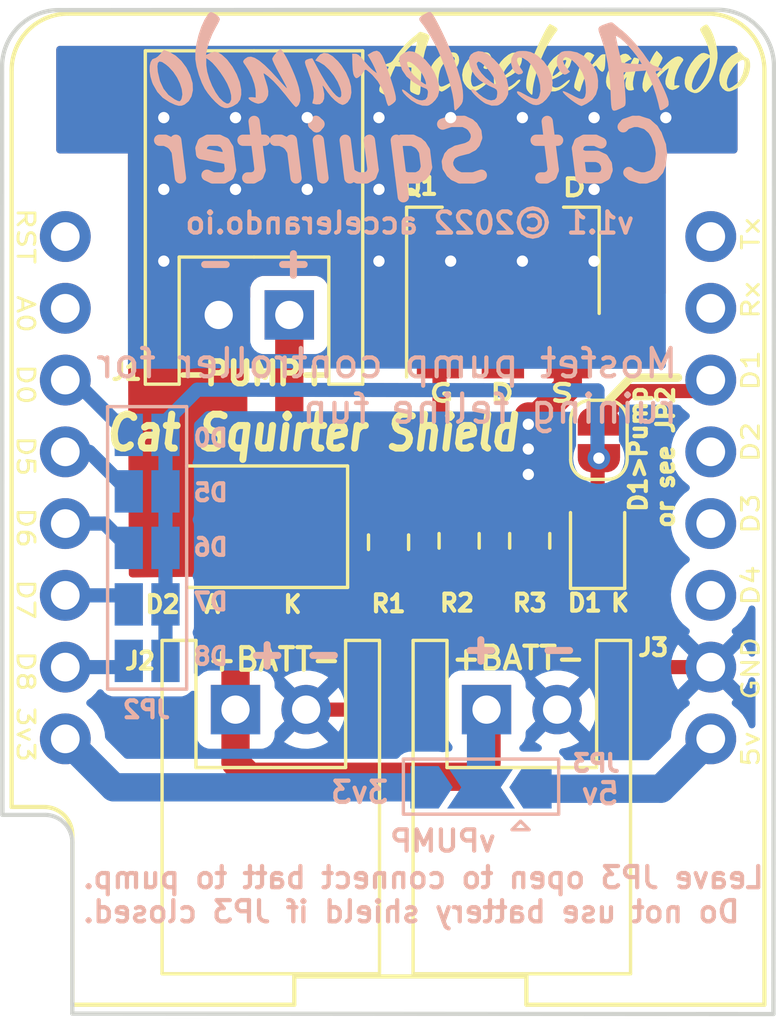
<source format=kicad_pcb>
(kicad_pcb (version 20211014) (generator pcbnew)
  (layers (0 "F.Cu" signal) (31 "B.Cu" signal) (34 "B.Paste" user) (35 "F.Paste" user) (36 "B.SilkS" user "B.Silkscreen") (37 "F.SilkS" user "F.Silkscreen") (38 "B.Mask" user) (39 "F.Mask" user) (44 "Edge.Cuts" user))
  (net 0 "")
  (net 1 "GND")
  (net 2 "/DRAIN")
  (net 3 "/BATT+")
  (net 4 "/D1")
  (net 5 "/GATE")
  (net 13 "/LEDK")
  (net 14 "/5v")
  (net 15 "/3v3")
  (net 16 "/PUMP")
  (net 17 "/D0")
  (net 18 "/D5")
  (net 19 "/D6")
  (net 20 "/D7")
  (net 21 "/D8")
  (footprint "Connectors_JST:JST_XH_S02B-XH-A_02x2.50mm_Angled" (layer "F.Cu") (at 140.97 117.475)
    (fp_text reference "J3" (at 5.905 -2.2) (layer "F.SilkS") (effects (font (size 0.6 0.6))))
    (fp_text value "Batt Out")
    (pad "1" thru_hole rect (at 0 0) (size 1.75 1.75) (drill 1) (layers *.Cu *.Mask) (net 3 "/BATT+"))
    (pad "2" thru_hole circle (at 2.5 0) (size 1.75 1.75) (drill 1) (layers *.Cu *.Mask) (net 1 "GND"))
  )
  (footprint "wemos:wemos-d1-mini-connectors-only" (layer "F.Cu") (at 137.481805 109.619629 90)
    (fp_text reference "U1" hide)
    (fp_text value "WeMos_mini")
    (pad "1" thru_hole circle locked (at -8.89 11.43 90) (size 1.8 1.8) (drill 1.016) (layers *.Cu *.Mask) (net 14 "/5v"))
    (pad "2" thru_hole circle locked (at -6.35 11.43 90) (size 1.8 1.8) (drill 1.016) (layers *.Cu *.Mask) (net 1 "GND"))
    (pad "3" thru_hole circle locked (at -3.81 11.43 90) (size 1.8 1.8) (drill 1.016) (layers *.Cu *.Mask))
    (pad "4" thru_hole circle locked (at -1.27 11.43 90) (size 1.8 1.8) (drill 1.016) (layers *.Cu *.Mask))
    (pad "5" thru_hole circle locked (at 1.27 11.43 90) (size 1.8 1.8) (drill 1.016) (layers *.Cu *.Mask))
    (pad "6" thru_hole circle locked (at 3.81 11.43 90) (size 1.8 1.8) (drill 1.016) (layers *.Cu *.Mask) (net 4 "/D1"))
    (pad "7" thru_hole circle locked (at 6.35 11.43 90) (size 1.8 1.8) (drill 1.016) (layers *.Cu *.Mask))
    (pad "8" thru_hole circle locked (at 8.89 11.43 90) (size 1.8 1.8) (drill 1.016) (layers *.Cu *.Mask))
    (pad "9" thru_hole circle locked (at 8.89 -11.43 90) (size 1.8 1.8) (drill 1.016) (layers *.Cu *.Mask))
    (pad "10" thru_hole circle locked (at 6.35 -11.43 90) (size 1.8 1.8) (drill 1.016) (layers *.Cu *.Mask))
    (pad "11" thru_hole circle locked (at 3.81 -11.43 90) (size 1.8 1.8) (drill 1.016) (layers *.Cu *.Mask) (net 17 "/D0"))
    (pad "12" thru_hole circle locked (at 1.27 -11.43 90) (size 1.8 1.8) (drill 1.016) (layers *.Cu *.Mask) (net 18 "/D5"))
    (pad "13" thru_hole circle locked (at -1.27 -11.43 90) (size 1.8 1.8) (drill 1.016) (layers *.Cu *.Mask) (net 19 "/D6"))
    (pad "14" thru_hole circle locked (at -3.81 -11.43 90) (size 1.8 1.8) (drill 1.016) (layers *.Cu *.Mask) (net 20 "/D7"))
    (pad "15" thru_hole circle locked (at -6.35 -11.43 90) (size 1.8 1.8) (drill 1.016) (layers *.Cu *.Mask) (net 21 "/D8"))
    (pad "16" thru_hole circle locked (at -8.89 -11.43 90) (size 1.8 1.8) (drill 1.016) (layers *.Cu *.Mask) (net 15 "/3v3"))
  )
  (footprint "Connectors_JST:JST_XH_S02B-XH-A_02x2.50mm_Angled" (layer "F.Cu") (at 133.985 103.505 180)
    (fp_text reference "J1" (at 5.76 -1.995) (layer "F.SilkS") (effects (font (size 0.6 0.6))))
    (fp_text value "Pump")
    (pad "1" thru_hole rect (at 0 0 180) (size 1.75 1.75) (drill 1) (layers *.Cu *.Mask) (net 3 "/BATT+"))
    (pad "2" thru_hole circle (at 2.5 0 180) (size 1.75 1.75) (drill 1) (layers *.Cu *.Mask) (net 2 "/DRAIN"))
  )
  (footprint "Connectors_JST:JST_XH_S02B-XH-A_02x2.50mm_Angled" (layer "F.Cu") (at 132.08 117.475)
    (fp_text reference "J2" (at -3.38 -1.725 180) (layer "F.SilkS") (effects (font (size 0.6 0.6))))
    (fp_text value "Batt")
    (pad "1" thru_hole rect (at 0 0) (size 1.75 1.75) (drill 1) (layers *.Cu *.Mask) (net 3 "/BATT+"))
    (pad "2" thru_hole circle (at 2.5 0) (size 1.75 1.75) (drill 1) (layers *.Cu *.Mask) (net 1 "GND"))
  )
  (footprint "LED_SMD:LED_0805_2012Metric" (layer "F.Cu") (at 144.904 111.5 90)
    (fp_text reference "D1" (at -2.2 -0.454 180) (layer "F.SilkS") (effects (font (size 0.6 0.6))))
    (fp_text value "LED_Small")
    (pad "1" smd roundrect locked (at -0.9375 0 90) (size 0.975 1.4) (layers "F.Cu" "F.Paste" "F.Mask") (net 13 "/LEDK"))
    (pad "2" smd roundrect locked (at 0.9375 0 90) (size 0.975 1.4) (layers "F.Cu" "F.Paste" "F.Mask") (net 16 "/PUMP"))
  )
  (footprint "Resistor_SMD:R_0805_2012Metric" (layer "F.Cu") (at 137.5 111.55 -90)
    (fp_text reference "R1" (at 2.175 0 180) (layer "F.SilkS") (effects (font (size 0.6 0.6))))
    (fp_text value "10k")
    (pad "1" smd roundrect locked (at -0.9375 0 270) (size 0.975 1.4) (layers "F.Cu" "F.Paste" "F.Mask") (net 5 "/GATE"))
    (pad "2" smd roundrect locked (at 0.9375 0 270) (size 0.975 1.4) (layers "F.Cu" "F.Paste" "F.Mask") (net 1 "GND"))
  )
  (footprint "Resistor_SMD:R_0805_2012Metric" (layer "F.Cu") (at 140 111.5 -90)
    (fp_text reference "R2" (at 2.2 0.075 180) (layer "F.SilkS") (effects (font (size 0.6 0.6))))
    (fp_text value "1k")
    (pad "1" smd roundrect locked (at -0.9375 0 270) (size 0.975 1.4) (layers "F.Cu" "F.Paste" "F.Mask") (net 5 "/GATE"))
    (pad "2" smd roundrect locked (at 0.9375 0 270) (size 0.975 1.4) (layers "F.Cu" "F.Paste" "F.Mask") (net 16 "/PUMP"))
  )
  (footprint "Resistor_SMD:R_0805_2012Metric" (layer "F.Cu") (at 142.5 111.5 -90)
    (fp_text reference "R3" (at 2.2 0 180) (layer "F.SilkS") (effects (font (size 0.6 0.6))))
    (fp_text value "220R")
    (pad "1" smd roundrect locked (at -0.9375 0 270) (size 0.975 1.4) (layers "F.Cu" "F.Paste" "F.Mask") (net 1 "GND"))
    (pad "2" smd roundrect locked (at 0.9375 0 270) (size 0.975 1.4) (layers "F.Cu" "F.Paste" "F.Mask") (net 13 "/LEDK"))
  )
  (footprint "Package_TO_SOT_SMD:SOT-223" (layer "F.Cu") (at 141.55 101.6 90)
    (fp_text reference "Q1" (at 2.65 -2.925 180) (layer "F.SilkS") (effects (font (size 0.6 0.6))))
    (fp_text value "LL014N")
    (pad "1" smd rect (at -3.15 -2.3 90) (size 2 1.5) (layers "F.Cu" "F.Paste" "F.Mask") (net 5 "/GATE"))
    (pad "2" smd rect (at -3.15 0 90) (size 2 1.5) (layers "F.Cu" "F.Paste" "F.Mask") (net 2 "/DRAIN"))
    (pad "3" smd rect (at -3.15 2.3 90) (size 2 1.5) (layers "F.Cu" "F.Paste" "F.Mask") (net 1 "GND"))
    (pad "4" smd rect (at 3.15 0 90) (size 2 3.8) (layers "F.Cu" "F.Paste" "F.Mask") (net 2 "/DRAIN"))
  )
  (footprint "Jumper:SolderJumper-2_P1.3mm_Open_RoundedPad1.0x1.5mm" (layer "F.Cu") (at 144.95 107.925 -90)
    (fp_text reference "JP1" hide)
    (fp_text value "D1" hide)
    (pad "1" smd custom (at -0.65 0 270) (size 1 0.5) (layers "F.Cu" "F.Mask") (net 4 "/D1") (options (clearance outline) (anchor rect)) (primitives (gr_circle (center 0 0.25) (end 0.5 0.25) (width 0) (fill yes)) (gr_circle (center 0 -0.25) (end 0.5 -0.25) (width 0) (fill yes)) (gr_poly (pts (xy 0.5 0.75) (xy 0 0.75) (xy 0 -0.75) (xy 0.5 -0.75)) (width 0) (fill yes))))
    (pad "2" smd custom (at 0.65 0 270) (size 1 0.5) (layers "F.Cu" "F.Mask") (net 16 "/PUMP") (options (clearance outline) (anchor rect)) (primitives (gr_circle (center 0 0.25) (end 0.5 0.25) (width 0) (fill yes)) (gr_circle (center 0 -0.25) (end 0.5 -0.25) (width 0) (fill yes)) (gr_poly (pts (xy 0 0.75) (xy -0.5 0.75) (xy -0.5 -0.75) (xy 0 -0.75)) (width 0) (fill yes))))
  )
  (footprint "Diode_SMD:D_SMB" (layer "F.Cu") (at 132.5 111 180)
    (fp_text reference "D2" (at 3 -2.75) (layer "F.SilkS") (effects (font (size 0.6 0.6))))
    (fp_text value "M4")
    (pad "1" smd rect (at -2.15 0 180) (size 2.5 2.3) (layers "F.Cu" "F.Paste" "F.Mask") (net 3 "/BATT+"))
    (pad "2" smd rect (at 2.15 0 180) (size 2.5 2.3) (layers "F.Cu" "F.Paste" "F.Mask") (net 2 "/DRAIN"))
  )
  (footprint "LOGO" (layer "F.Cu") (at 143.725 94.45)
    (fp_text reference "G***" hide)
    (fp_text value "LOGO" hide)
  )
  (footprint "Accelerando:SolderJumper-5_P1.3mm_Open_Pad1.0x1.5mm" (layer "B.Cu") (at 128.95 107.75 180)
    (fp_text reference "JP2" (at 0.025 -9.725) (layer "B.SilkS") (effects (font (size 0.6 0.6)) (justify mirror)))
    (fp_text value "PUMP")
    (pad "1" smd rect (at -0.65 -8 180) (size 1 1.5) (layers "B.Cu" "B.Mask") (net 16 "/PUMP"))
    (pad "1" smd rect (at -0.65 -6 180) (size 1 1.5) (layers "B.Cu" "B.Mask") (net 16 "/PUMP"))
    (pad "1" smd rect (at -0.65 -4 180) (size 1 1.5) (layers "B.Cu" "B.Mask") (net 16 "/PUMP"))
    (pad "1" smd rect (at -0.65 0 180) (size 1 1.5) (layers "B.Cu" "B.Mask") (net 16 "/PUMP"))
    (pad "1" smd rect (at -0.65 -2 180) (size 1 1.5) (layers "B.Cu" "B.Mask") (net 16 "/PUMP"))
    (pad "2" smd rect (at 0.65 0 180) (size 1 1.5) (layers "B.Cu" "B.Mask") (net 17 "/D0"))
    (pad "3" smd rect (at 0.65 -2 180) (size 1 1.5) (layers "B.Cu" "B.Mask") (net 18 "/D5"))
    (pad "4" smd rect (at 0.65 -4 180) (size 1 1.5) (layers "B.Cu" "B.Mask") (net 19 "/D6"))
    (pad "5" smd rect (at 0.65 -6 180) (size 1 1.5) (layers "B.Cu" "B.Mask") (net 20 "/D7"))
    (pad "6" smd rect (at 0.65 -8 180) (size 1 1.5) (layers "B.Cu" "B.Mask") (net 21 "/D8"))
  )
  (footprint "Jumper:SolderJumper-3_P2.0mm_Open_TrianglePad1.0x1.5mm" (layer "B.Cu") (at 140.775 120.225 180)
    (fp_text reference "JP3" (at -4.075 0.85) (layer "B.SilkS") (effects (font (size 0.6 0.6)) (justify mirror)))
    (fp_text value "vPUMP" (at 1.35 -1.9) (layer "B.SilkS") (effects (font (size 0.75 0.75)) (justify mirror)))
    (pad "1" smd custom (at -2 0 180) (size 0.3 0.3) (layers "B.Cu" "B.Mask") (net 14 "/5v") (options (clearance outline) (anchor rect)) (primitives (gr_poly (pts (xy 1 0) (xy 0.5 -0.75) (xy -0.5 -0.75) (xy -0.5 0.75) (xy 0.5 0.75)) (width 0) (fill yes))))
    (pad "2" smd custom (at 0 0 180) (size 0.3 0.3) (layers "B.Cu") (net 3 "/BATT+") (options (clearance outline) (anchor rect)) (primitives (gr_poly (pts (xy 0.7 0) (xy 1.2 -0.75) (xy -1.2 -0.75) (xy -0.7 0) (xy -1.2 0.75) (xy 1.2 0.75)) (width 0) (fill yes))))
    (pad "3" smd custom (at 2 0) (size 0.3 0.3) (layers "B.Cu" "B.Mask") (net 15 "/3v3") (options (clearance outline) (anchor rect)) (primitives (gr_poly (pts (xy 1 0) (xy 0.5 -0.75) (xy -0.5 -0.75) (xy -0.5 0.75) (xy 0.5 0.75)) (width 0) (fill yes))))
  )
  (footprint "LOGO" (layer "B.Cu") (at 138.25 94.5 180)
    (fp_text reference "G***" hide)
    (fp_text value "LOGO" hide)
  )
  (gr_line (start 147.75 105.725) (end 146.075 105.725) (layer "F.SilkS") (width 0.3))
  (gr_line (start 146.075 105.725) (end 145.3 106.525) (layer "F.SilkS") (width 0.3))
  (gr_arc (start 123.814214 94.714214) (mid 124.4 93.3) (end 125.814214 92.714214) (layer "Edge.Cuts") (width 0.15))
  (gr_line (start 149.15 92.7) (end 125.814214 92.714214) (layer "Edge.Cuts") (width 0.15))
  (gr_arc (start 125.35 121.2) (mid 126.032732 121.50299) (end 126.301249 122.2) (layer "Edge.Cuts") (width 0.15))
  (gr_line (start 126.3 128.235) (end 151.13 128.25) (layer "Edge.Cuts") (width 0.15))
  (gr_line (start 123.825 121.2) (end 125.35 121.2) (layer "Edge.Cuts") (width 0.15))
  (gr_arc (start 149.15 92.7) (mid 150.564214 93.285786) (end 151.15 94.7) (layer "Edge.Cuts") (width 0.15))
  (gr_line (start 123.814214 94.714214) (end 123.825 121.2) (layer "Edge.Cuts") (width 0.15))
  (gr_line (start 151.13 128.25) (end 151.15 94.7) (layer "Edge.Cuts") (width 0.15))
  (gr_line (start 126.301249 122.2) (end 126.3 128.235) (layer "Edge.Cuts") (width 0.15))
  (gr_text "5v	" (at 144.225 120.45) (layer "B.SilkS") (effects (font (size 0.75 0.75)) (justify mirror)))
  (gr_text "v1.1 ©2022 accelerando.io\n" (at 138.25 100.25) (layer "B.SilkS") (effects (font (size 0.75 0.75)) (justify mirror)))
  (gr_text "Cat Squirter" (at 138.5 97.75) (layer "B.SilkS") (effects (font (size 2 2) (thickness 0.4) italic) (justify mirror)))
  (gr_text "Mosfet pump controller for\nruining feline fun" (at 147.825 106.025) (layer "B.SilkS") (effects (font (size 1 1)) (justify left mirror)))
  (gr_text "3v3" (at 136.475 120.4) (layer "B.SilkS") (effects (font (size 0.75 0.75)) (justify mirror)))
  (gr_text "Leave JP3 open to connect batt to pump.\nDo not use battery shield if JP3 closed." (at 126.6 124.025) (layer "B.SilkS") (effects (font (size 0.75 0.75)) (justify right mirror)))
  (gr_text "+  -" (at 142.15 115.45 180) (layer "B.SilkS") (effects (font (size 1 1) (thickness 0.25)) (justify mirror)))
  (gr_text "+  -" (at 132.75 101.65) (layer "B.SilkS") (effects (font (size 1 1) (thickness 0.25)) (justify mirror)))
  (gr_text "D0\n\nD5\n\nD6\n\nD7\n\nD8" (at 131.2 111.725) (layer "B.SilkS") (effects (font (size 0.6 0.6)) (justify mirror)))
  (gr_text "+ -" (at 134.2 115.625 180) (layer "B.SilkS") (effects (font (size 1 1) (thickness 0.25)) (justify mirror)))
  (gr_text "+BATT-" (at 142.1 115.65) (layer "F.SilkS") (effects (font (size 0.8 0.8))))
  (gr_text "D" (at 144.075 99) (layer "F.SilkS") (effects (font (size 0.6 0.85))))
  (gr_text "G  D  S" (at 141.5 106.275) (layer "F.SilkS") (effects (font (size 0.6 0.85))))
  (gr_text "RST  A0  D0  D5  D6  D7  D8 3v3" (at 124.65 109.525 270) (layer "F.SilkS") (effects (font (size 0.6 0.73) (thickness 0.1))))
  (gr_text "Cat Squirter Shield" (at 134.8 107.675) (layer "F.SilkS") (effects (font (size 1.2 1) (thickness 0.25) italic)))
  (gr_text "-PUMP+" (at 132.7 105.575) (layer "F.SilkS") (effects (font (size 0.8 0.8) (thickness 0.2))))
  (gr_text "D1>Pump\nor see JP2\n" (at 146.825 105.95 90) (layer "F.SilkS") (effects (font (size 0.6 0.6)) (justify right)))
  (gr_text "+BATT-" (at 133.45 115.7) (layer "F.SilkS") (effects (font (size 0.8 0.8))))
  (gr_text "K" (at 145.7 113.7) (layer "F.SilkS") (effects (font (size 0.6 0.6))))
  (gr_text "A     K" (at 132.7 113.75) (layer "F.SilkS") (effects (font (size 0.6 0.6))))
  (gr_text "5v  GND  D4  D3  D2  D1  Rx  Tx" (at 150.325 109.775 90) (layer "F.SilkS") (effects (font (size 0.6 0.73) (thickness 0.1))))
  (segment (start 142.45 107.375) (end 142.45 108.25) (width 1) (layer "F.Cu") (net 1))
  (segment (start 142.8 107.1) (end 142.45 107.1) (width 1) (layer "F.Cu") (net 1))
  (segment (start 142.45 109.15) (end 142.45 110.5125) (width 1) (layer "F.Cu") (net 1))
  (segment (start 144.619629 116.325371) (end 144.619629 115.969629) (width 0.5) (layer "F.Cu") (net 1))
  (segment (start 142.45 110.5125) (end 142.5 110.5625) (width 1) (layer "F.Cu") (net 1))
  (segment (start 143.47 117.475) (end 144.619629 116.325371) (width 0.5) (layer "F.Cu") (net 1))
  (segment (start 136.625 117.475) (end 134.58 117.475) (width 0.5) (layer "F.Cu") (net 1))
  (segment (start 143.7 115.05) (end 139.05 115.05) (width 0.5) (layer "F.Cu") (net 1))
  (segment (start 143.85 104.75) (end 143.85 106.05) (width 1) (layer "F.Cu") (net 1))
  (segment (start 139.05 115.05) (end 137.5 113.5) (width 0.5) (layer "F.Cu") (net 1))
  (segment (start 148.911805 115.969629) (end 144.619629 115.969629) (width 0.5) (layer "F.Cu") (net 1))
  (segment (start 142.45 107.1) (end 142.45 107.375) (width 1) (layer "F.Cu") (net 1))
  (segment (start 139.05 115.05) (end 136.625 117.475) (width 0.5) (layer "F.Cu") (net 1))
  (segment (start 143.85 106.05) (end 142.8 107.1) (width 1) (layer "F.Cu") (net 1))
  (segment (start 142.45 108.25) (end 142.45 109.15) (width 1) (layer "F.Cu") (net 1))
  (segment (start 137.5 113.5) (end 137.5 112.4875) (width 0.5) (layer "F.Cu") (net 1))
  (segment (start 144.619629 115.969629) (end 143.7 115.05) (width 0.5) (layer "F.Cu") (net 1))
  (via (at 142.45 109.15) (size 0.8) (drill 0.4) (layers "F.Cu" "B.Cu") (net 1))
  (via (at 142.45 108.25) (size 0.8) (drill 0.4) (layers "F.Cu" "B.Cu") (net 1))
  (via (at 142.45 107.375) (size 0.8) (drill 0.4) (layers "F.Cu" "B.Cu") (net 1))
  (segment (start 131.485 103.505) (end 131.485 106.985) (width 1) (layer "F.Cu") (net 2))
  (segment (start 141.605 104.75) (end 141.605 102.235) (width 1) (layer "F.Cu") (net 2))
  (segment (start 130.35 108.65) (end 130.35 111) (width 1) (layer "F.Cu") (net 2))
  (segment (start 131.485 106.985) (end 131.5 107) (width 1) (layer "F.Cu") (net 2))
  (segment (start 131.5 107.5) (end 130.35 108.65) (width 1) (layer "F.Cu") (net 2))
  (segment (start 131.5 107) (end 131.5 107.5) (width 1) (layer "F.Cu") (net 2))
  (via (at 137.16 99.06) (size 0.8) (drill 0.4) (layers "F.Cu" "B.Cu") (net 2))
  (via (at 132.08 99.06) (size 0.8) (drill 0.4) (layers "F.Cu" "B.Cu") (net 2))
  (via (at 142.24 101.6) (size 0.8) (drill 0.4) (layers "F.Cu" "B.Cu") (net 2))
  (via (at 134.62 99.06) (size 0.8) (drill 0.4) (layers "F.Cu" "B.Cu") (net 2))
  (via (at 129.54 99.06) (size 0.8) (drill 0.4) (layers "F.Cu" "B.Cu") (net 2))
  (via (at 137.16 96.52) (size 0.8) (drill 0.4) (layers "F.Cu" "B.Cu") (net 2))
  (via (at 144.78 99.06) (size 0.8) (drill 0.4) (layers "F.Cu" "B.Cu") (net 2))
  (via (at 137.16 101.6) (size 0.8) (drill 0.4) (layers "F.Cu" "B.Cu") (net 2))
  (via (at 134.62 96.52) (size 0.8) (drill 0.4) (layers "F.Cu" "B.Cu") (net 2))
  (via (at 144.78 96.52) (size 0.8) (drill 0.4) (layers "F.Cu" "B.Cu") (net 2))
  (via (at 139.7 101.6) (size 0.8) (drill 0.4) (layers "F.Cu" "B.Cu") (net 2))
  (via (at 129.54 101.6) (size 0.8) (drill 0.4) (layers "F.Cu" "B.Cu") (net 2))
  (via (at 132.08 96.52) (size 0.8) (drill 0.4) (layers "F.Cu" "B.Cu") (net 2))
  (via (at 142.24 96.52) (size 0.8) (drill 0.4) (layers "F.Cu" "B.Cu") (net 2))
  (via (at 147.32 96.52) (size 0.8) (drill 0.4) (layers "F.Cu" "B.Cu") (net 2))
  (via (at 129.54 96.52) (size 0.8) (drill 0.4) (layers "F.Cu" "B.Cu") (net 2))
  (via (at 139.7 96.52) (size 0.8) (drill 0.4) (layers "F.Cu" "B.Cu") (net 2))
  (via (at 144.78 101.6) (size 0.8) (drill 0.4) (layers "F.Cu" "B.Cu") (net 2))
  (segment (start 132.08 119.35) (end 132.08 117.475) (width 1) (layer "F.Cu") (net 3))
  (segment (start 134.65 111) (end 134.65 108.15) (width 1) (layer "F.Cu") (net 3))
  (segment (start 140.97 119.35) (end 140.469999 119.850001) (width 1) (layer "F.Cu") (net 3))
  (segment (start 140.469999 119.850001) (end 132.580001 119.850001) (width 1) (layer "F.Cu") (net 3))
  (segment (start 132.08 115.42) (end 134.65 112.85) (width 1) (layer "F.Cu") (net 3))
  (segment (start 134.65 108.15) (end 133.985 107.485) (width 1) (layer "F.Cu") (net 3))
  (segment (start 132.580001 119.850001) (end 132.08 119.35) (width 1) (layer "F.Cu") (net 3))
  (segment (start 134.65 112.85) (end 134.65 111) (width 1) (layer "F.Cu") (net 3))
  (segment (start 132.08 117.475) (end 132.08 115.42) (width 1) (layer "F.Cu") (net 3))
  (segment (start 140.97 117.475) (end 140.97 119.35) (width 1) (layer "F.Cu") (net 3))
  (segment (start 133.985 107.485) (end 133.985 103.505) (width 1) (layer "F.Cu") (net 3))
  (segment (start 140.775 117.67) (end 140.97 117.475) (width 1) (layer "B.Cu") (net 3))
  (segment (start 140.775 120.225) (end 140.775 117.67) (width 1) (layer "B.Cu") (net 3))
  (segment (start 146.025372 106.199628) (end 144.95 107.275) (width 0.5) (layer "F.Cu") (net 4))
  (segment (start 148.521806 106.199628) (end 146.025372 106.199628) (width 0.5) (layer "F.Cu") (net 4))
  (segment (start 140 109) (end 139.305 108.305) (width 0.5) (layer "F.Cu") (net 5))
  (segment (start 140 110.5625) (end 140 109) (width 0.5) (layer "F.Cu") (net 5))
  (segment (start 139.95 110.6125) (end 140 110.5625) (width 0.5) (layer "F.Cu") (net 5))
  (segment (start 137.5 110.6125) (end 139.95 110.6125) (width 0.5) (layer "F.Cu") (net 5))
  (segment (start 139.305 108.305) (end 139.305 104.75) (width 0.5) (layer "F.Cu") (net 5))
  (segment (start 144.904 112.4375) (end 142.5 112.4375) (width 0.5) (layer "F.Cu") (net 13))
  (segment (start 147.146434 120.275) (end 142.825 120.275) (width 1) (layer "B.Cu") (net 14))
  (segment (start 148.911805 118.509629) (end 147.146434 120.275) (width 1) (layer "B.Cu") (net 14))
  (segment (start 142.825 120.275) (end 142.775 120.225) (width 1) (layer "B.Cu") (net 14))
  (segment (start 138.775 120.225) (end 127.767176 120.225) (width 1) (layer "B.Cu") (net 15))
  (segment (start 127.767176 120.225) (end 126.051805 118.509629) (width 1) (layer "B.Cu") (net 15))
  (segment (start 144.904 108.621) (end 144.95 108.575) (width 0.5) (layer "F.Cu") (net 16))
  (segment (start 144.9665 110.5) (end 144.904 110.5625) (width 0.5) (layer "F.Cu") (net 16))
  (segment (start 146 110.5) (end 144.9665 110.5) (width 0.5) (layer "F.Cu") (net 16))
  (segment (start 141 114) (end 146.5 114) (width 0.5) (layer "F.Cu") (net 16))
  (segment (start 140 112.4375) (end 140 113) (width 0.5) (layer "F.Cu") (net 16))
  (segment (start 145 108.625) (end 144.95 108.575) (width 0.5) (layer "F.Cu") (net 16))
  (segment (start 144.904 110.5625) (end 144.904 108.621) (width 0.5) (layer "F.Cu") (net 16))
  (segment (start 146.5 111) (end 146 110.5) (width 0.5) (layer "F.Cu") (net 16))
  (segment (start 140 113) (end 141 114) (width 0.5) (layer "F.Cu") (net 16))
  (segment (start 146.5 114) (end 146.5 111) (width 0.5) (layer "F.Cu") (net 16))
  (via (at 144.95 108.575) (size 0.8) (drill 0.4) (layers "F.Cu" "B.Cu") (net 16))
  (segment (start 130.725 106.15) (end 144.9 106.175) (width 0.5) (layer "B.Cu") (net 16))
  (segment (start 129.6 107.275) (end 130.725 106.15) (width 0.5) (layer "B.Cu") (net 16))
  (segment (start 144.9 106.175) (end 144.9 108.525) (width 0.5) (layer "B.Cu") (net 16))
  (segment (start 144.9 108.525) (end 144.95 108.575) (width 0.5) (layer "B.Cu") (net 16))
  (segment (start 129.6 107.75) (end 129.6 107.275) (width 0.5) (layer "B.Cu") (net 16))
  (segment (start 129.6 115.75) (end 129.6 107.75) (width 0.5) (layer "B.Cu") (net 16))
  (segment (start 126.051805 105.809629) (end 126.359629 105.809629) (width 0.5) (layer "B.Cu") (net 17))
  (segment (start 126.359629 105.809629) (end 128.3 107.75) (width 0.5) (layer "B.Cu") (net 17))
  (segment (start 126.051805 108.349629) (end 126.899629 108.349629) (width 0.5) (layer "B.Cu") (net 18))
  (segment (start 126.899629 108.349629) (end 128.3 109.75) (width 0.5) (layer "B.Cu") (net 18))
  (segment (start 127.439629 110.889629) (end 128.3 111.75) (width 0.5) (layer "B.Cu") (net 19))
  (segment (start 126.051805 110.889629) (end 127.439629 110.889629) (width 0.5) (layer "B.Cu") (net 19))
  (segment (start 127.979629 113.429629) (end 128.3 113.75) (width 0.5) (layer "B.Cu") (net 20))
  (segment (start 126.051805 113.429629) (end 127.979629 113.429629) (width 0.5) (layer "B.Cu") (net 20))
  (segment (start 126.051805 115.969629) (end 128.080371 115.969629) (width 0.5) (layer "B.Cu") (net 21))
  (segment (start 128.080371 115.969629) (end 128.3 115.75) (width 0.5) (layer "B.Cu") (net 21))
  (zone (net 2) (net_name "/DRAIN") (layer "F.Cu") (connect_pads yes (clearance 0.508)) (min_thickness 0.254) (fill yes (thermal_gap 0.508) (thermal_bridge_width 1))
    (polygon (pts (xy 128.27 102.87) (xy 128.3 112.8) (xy 132.5 112.75) (xy 132.5 103) (xy 147.32 102.87) (xy 147.32 97.79) (xy 149.86 97.79) (xy 149.86 93.98) (xy 125.73 93.98) (xy 125.73 97.79) (xy 128.27 97.79)))
  )
  (zone (net 2) (net_name "/DRAIN") (layer "B.Cu") (connect_pads yes (clearance 0.508)) (min_thickness 0.254) (fill yes (thermal_gap 0.508) (thermal_bridge_width 0.508))
    (polygon (pts (xy 125.73 93.98) (xy 125.73 97.79) (xy 128.27 97.79) (xy 128.27 105.41) (xy 147.32 105.41) (xy 147.32 97.79) (xy 149.86 97.79) (xy 149.86 93.98)))
  )
  (zone (net 1) (net_name "GND") (layer "B.Cu") (connect_pads (clearance 0.508)) (min_thickness 0.254) (fill yes (thermal_gap 0.508) (thermal_bridge_width 0.508) (smoothing fillet))
    (polygon (pts (xy 124.46 120.65) (xy 150.495 120.65) (xy 150.495 106.68) (xy 124.46 106.68)))
  )
)
</source>
